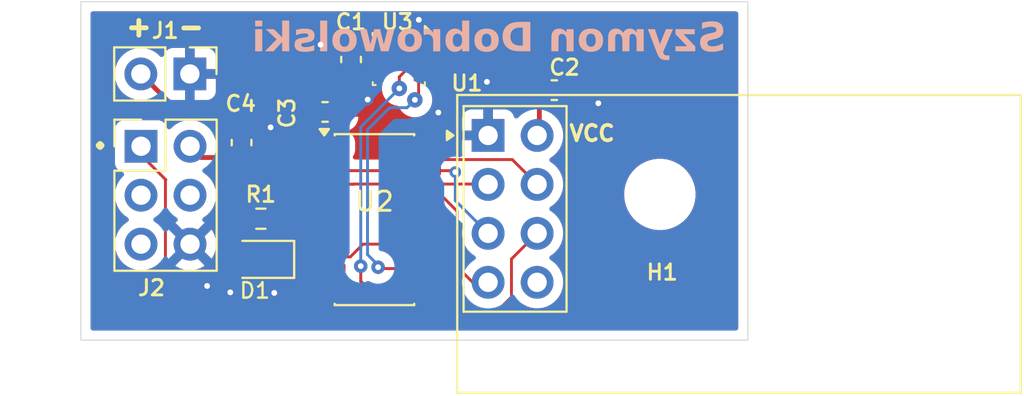
<source format=kicad_pcb>
(kicad_pcb (version 20241229) (generator "pcbnew") (generator_version "9.0")
  (layers (0 "F.Cu" signal) (2 "B.Cu" signal) (13 "F.Paste" user) (15 "B.Paste" user) (5 "F.SilkS" user "F.Silkscreen") (7 "B.SilkS" user "B.Silkscreen") (1 "F.Mask" user) (3 "B.Mask" user) (25 "Edge.Cuts" user))
  (net 0 "")
  (net 5 "GND")
  (net 6 "VCC")
  (net 7 "/NRF_SCK")
  (net 8 "/NRF_MISO")
  (net 9 "/NRF_CE")
  (net 10 "/NRF_CSN")
  (net 11 "/NRF_MOSI")
  (net 12 "/BME_SDI")
  (net 13 "/BME_SCK")
  (net 14 "/UPDI")
  (net 15 "Net-(U2-PA7)")
  (net 16 "Net-(D1-A)")
  (footprint "Connector_PinHeader_2.54mm:PinHeader_1x02_P2.54mm_Vertical" (layer "F.Cu") (at 119.645 37.75 -90)
    (property "Reference" "J1" (at -2.25 1.275 180) (layer "F.SilkS") (effects (font (size 0.8 0.8))))
    (property "Value" "Zasilanie")
    (fp_line (start -1.38 3.92) (end 1.38 3.92) (stroke (width 0.12)) (layer "F.SilkS"))
    (fp_line (start -1.38 1.27) (end -1.38 3.92) (stroke (width 0.12)) (layer "F.SilkS"))
    (fp_line (start -1.38 1.27) (end 1.38 1.27) (stroke (width 0.12)) (layer "F.SilkS"))
    (fp_line (start 1.38 1.27) (end 1.38 3.92) (stroke (width 0.12)) (layer "F.SilkS"))
    (fp_line (start -1.38 0) (end -1.38 -1.38) (stroke (width 0.12)) (layer "F.SilkS"))
    (fp_line (start -1.38 -1.38) (end 0 -1.38) (stroke (width 0.12)) (layer "F.SilkS"))
    (pad "1" thru_hole rect (at 0 0 270) (size 1.7 1.7) (drill 1) (layers "*.Cu" "*.Mask") (net 5 "GND"))
    (pad "2" thru_hole circle (at 0 2.54 270) (size 1.7 1.7) (drill 1) (layers "*.Cu" "*.Mask") (net 6 "VCC"))
  )
  (footprint "Connector_PinHeader_2.54mm:PinHeader_2x03_P2.54mm_Vertical" (layer "F.Cu") (at 117.115 41.5)
    (property "Reference" "J2" (at 0.545 7.35 180) (layer "F.SilkS") (effects (font (size 0.8 0.8))))
    (property "Value" "Conn_02x03_Odd_Even")
    (fp_line (start -1.38 -1.38) (end 0 -1.38) (stroke (width 0.12)) (layer "F.SilkS"))
    (fp_line (start -1.38 0) (end -1.38 -1.38) (stroke (width 0.12)) (layer "F.SilkS"))
    (fp_line (start -1.38 1.27) (end -1.38 6.46) (stroke (width 0.12)) (layer "F.SilkS"))
    (fp_line (start -1.38 1.27) (end 1.27 1.27) (stroke (width 0.12)) (layer "F.SilkS"))
    (fp_line (start -1.38 6.46) (end 3.92 6.46) (stroke (width 0.12)) (layer "F.SilkS"))
    (fp_line (start 1.27 -1.38) (end 3.92 -1.38) (stroke (width 0.12)) (layer "F.SilkS"))
    (fp_line (start 1.27 1.27) (end 1.27 -1.38) (stroke (width 0.12)) (layer "F.SilkS"))
    (fp_line (start 3.92 -1.38) (end 3.92 6.46) (stroke (width 0.12)) (layer "F.SilkS"))
    (pad "1" thru_hole rect (at 0 0) (size 1.7 1.7) (drill 1) (layers "*.Cu" "*.Mask") (net 14 "/UPDI"))
    (pad "2" thru_hole circle (at 2.54 0) (size 1.7 1.7) (drill 1) (layers "*.Cu" "*.Mask") (net 6 "VCC"))
    (pad "3" thru_hole circle (at 0 2.54) (size 1.7 1.7) (drill 1) (layers "*.Cu" "*.Mask"))
    (pad "4" thru_hole circle (at 2.54 2.54) (size 1.7 1.7) (drill 1) (layers "*.Cu" "*.Mask"))
    (pad "5" thru_hole circle (at 0 5.08) (size 1.7 1.7) (drill 1) (layers "*.Cu" "*.Mask"))
    (pad "6" thru_hole circle (at 2.54 5.08) (size 1.7 1.7) (drill 1) (layers "*.Cu" "*.Mask") (net 5 "GND"))
  )
  (footprint "MountingHole:MountingHole_3.2mm_M3" (layer "F.Cu") (at 144 44)
    (property "Reference" "H1" (at 0.12 4.04 0) (layer "F.SilkS") (effects (font (size 0.8 0.8))))
    (property "Value" "MountingHole")
    (pad "" np_thru_hole circle (at 0 0) (size 3.2 3.2) (drill 3.2) (layers "*.Cu" "*.Mask"))
  )
  (footprint "Capacitor_SMD:C_0603_1608Metric" (layer "F.Cu") (at 128 37 -90)
    (property "Reference" "C1" (at -1.95 0.01 0) (layer "F.SilkS") (effects (font (size 0.8 0.8))))
    (property "Value" "100n")
    (fp_line (start -0.14058 0.51) (end 0.14058 0.51) (stroke (width 0.12)) (layer "F.SilkS"))
    (fp_line (start -0.14058 -0.51) (end 0.14058 -0.51) (stroke (width 0.12)) (layer "F.SilkS"))
    (pad "1" smd roundrect (at -0.775 0 270) (size 0.9 0.95) (layers "F.Cu" "F.Mask" "F.Paste") (net 5 "GND"))
    (pad "2" smd roundrect (at 0.775 0 270) (size 0.9 0.95) (layers "F.Cu" "F.Mask" "F.Paste") (net 6 "VCC"))
  )
  (footprint "Resistor_SMD:R_0603_1608Metric" (layer "F.Cu") (at 123.325 45.26 180)
    (property "Reference" "R1" (at 0.005 1.26 0) (layer "F.SilkS") (effects (font (size 0.8 0.8))))
    (property "Value" "240")
    (fp_line (start -0.237258 0.5225) (end 0.237258 0.5225) (stroke (width 0.12)) (layer "F.SilkS"))
    (fp_line (start -0.237258 -0.5225) (end 0.237258 -0.5225) (stroke (width 0.12)) (layer "F.SilkS"))
    (pad "1" smd roundrect (at -0.825 0 180) (size 0.8 0.95) (layers "F.Cu" "F.Mask" "F.Paste") (net 15 "Net-(U2-PA7)"))
    (pad "2" smd roundrect (at 0.825 0 180) (size 0.8 0.95) (layers "F.Cu" "F.Mask" "F.Paste") (net 16 "Net-(D1-A)"))
  )
  (footprint "Capacitor_SMD:C_0603_1608Metric" (layer "F.Cu") (at 122.325 41.31 -90)
    (property "Reference" "C4" (at -2.02 0.045 0) (layer "F.SilkS") (effects (font (size 0.8 0.8))))
    (property "Value" "100n")
    (fp_line (start -0.14058 0.51) (end 0.14058 0.51) (stroke (width 0.12)) (layer "F.SilkS"))
    (fp_line (start -0.14058 -0.51) (end 0.14058 -0.51) (stroke (width 0.12)) (layer "F.SilkS"))
    (pad "1" smd roundrect (at -0.775 0 270) (size 0.9 0.95) (layers "F.Cu" "F.Mask" "F.Paste") (net 5 "GND"))
    (pad "2" smd roundrect (at 0.775 0 270) (size 0.9 0.95) (layers "F.Cu" "F.Mask" "F.Paste") (net 6 "VCC"))
  )
  (footprint "Capacitor_SMD:C_0603_1608Metric" (layer "F.Cu") (at 126.65 39.72 180)
    (property "Reference" "C3" (at 1.97 -0.06 270) (layer "F.SilkS") (effects (font (size 0.8 0.8))))
    (property "Value" "100n")
    (fp_line (start -0.14058 0.51) (end 0.14058 0.51) (stroke (width 0.12)) (layer "F.SilkS"))
    (fp_line (start -0.14058 -0.51) (end 0.14058 -0.51) (stroke (width 0.12)) (layer "F.SilkS"))
    (pad "1" smd roundrect (at -0.775 0 180) (size 0.9 0.95) (layers "F.Cu" "F.Mask" "F.Paste") (net 5 "GND"))
    (pad "2" smd roundrect (at 0.775 0 180) (size 0.9 0.95) (layers "F.Cu" "F.Mask" "F.Paste") (net 6 "VCC"))
  )
  (footprint "LED_SMD:LED_0805_2012Metric" (layer "F.Cu") (at 123.365 47.37 180)
    (property "Reference" "D1" (at 0.355 -1.62 180) (layer "F.SilkS") (effects (font (size 0.8 0.8) (thickness 0.125))))
    (property "Value" "LTST-C171KGKT")
    (fp_line (start 1 -0.96) (end -1.685 -0.96) (stroke (width 0.12)) (layer "F.SilkS"))
    (fp_line (start -1.685 0.96) (end 1 0.96) (stroke (width 0.12)) (layer "F.SilkS"))
    (fp_line (start -1.685 -0.96) (end -1.685 0.96) (stroke (width 0.12)) (layer "F.SilkS"))
    (pad "1" smd roundrect (at -0.9375 0 180) (size 0.975 1.4) (layers "F.Cu" "F.Mask" "F.Paste") (net 5 "GND"))
    (pad "2" smd roundrect (at 0.9375 0 180) (size 0.975 1.4) (layers "F.Cu" "F.Mask" "F.Paste") (net 16 "Net-(D1-A)"))
  )
  (footprint "Capacitor_SMD:C_0603_1608Metric" (layer "F.Cu") (at 138.53 38.59 180)
    (property "Reference" "C2" (at -0.53 1.18 180) (layer "F.SilkS") (effects (font (size 0.8 0.8) (thickness 0.15) (bold yes))))
    (property "Value" "100n")
    (fp_line (start -0.14058 0.51) (end 0.14058 0.51) (stroke (width 0.12)) (layer "F.SilkS"))
    (fp_line (start -0.14058 -0.51) (end 0.14058 -0.51) (stroke (width 0.12)) (layer "F.SilkS"))
    (pad "1" smd roundrect (at -0.775 0 180) (size 0.9 0.95) (layers "F.Cu" "F.Mask" "F.Paste") (net 5 "GND"))
    (pad "2" smd roundrect (at 0.775 0 180) (size 0.9 0.95) (layers "F.Cu" "F.Mask" "F.Paste") (net 6 "VCC"))
  )
  (footprint "Package_LGA:Bosch_LGA-8_2.5x2.5mm_P0.65mm_ClockwisePinNumbering" (layer "F.Cu") (at 130.475 36.975 -90)
    (property "Reference" "U3" (at -1.925 0.075 180) (layer "F.SilkS") (effects (font (size 0.8 0.8))))
    (property "Value" "BME280")
    (fp_line (start -1.35 1.36) (end -1.2 1.36) (stroke (width 0.1)) (layer "F.SilkS"))
    (fp_line (start -1.35 1.35) (end -1.35 1.2) (stroke (width 0.1)) (layer "F.SilkS"))
    (fp_line (start 1.35 1.35) (end 1.2 1.35) (stroke (width 0.1)) (layer "F.SilkS"))
    (fp_line (start 1.35 1.35) (end 1.35 1.2) (stroke (width 0.1)) (layer "F.SilkS"))
    (fp_line (start 1.2 -1.35) (end 1.35 -1.35) (stroke (width 0.1)) (layer "F.SilkS"))
    (fp_line (start 1.35 -1.35) (end 1.35 -1.2) (stroke (width 0.1)) (layer "F.SilkS"))
    (fp_poly (pts (xy -1.35 -1.35) (xy -1.71 -1.35) (xy -1.35 -1.71) (xy -1.35 -1.35)) (stroke (width 0.12)) (fill yes) (layer "F.SilkS"))
    (pad "1" smd rect (at -0.975 -1.025) (size 0.5 0.35) (layers "F.Cu" "F.Mask" "F.Paste") (net 5 "GND"))
    (pad "2" smd rect (at -0.325 -1.025) (size 0.5 0.35) (layers "F.Cu" "F.Mask" "F.Paste") (net 6 "VCC"))
    (pad "3" smd rect (at 0.325 -1.025) (size 0.5 0.35) (layers "F.Cu" "F.Mask" "F.Paste") (net 12 "/BME_SDI"))
    (pad "4" smd rect (at 0.975 -1.025) (size 0.5 0.35) (layers "F.Cu" "F.Mask" "F.Paste") (net 13 "/BME_SCK"))
    (pad "5" smd rect (at 0.975 1.025) (size 0.5 0.35) (layers "F.Cu" "F.Mask" "F.Paste") (net 5 "GND"))
    (pad "6" smd rect (at 0.325 1.025) (size 0.5 0.35) (layers "F.Cu" "F.Mask" "F.Paste") (net 6 "VCC"))
    (pad "7" smd rect (at -0.325 1.025) (size 0.5 0.35) (layers "F.Cu" "F.Mask" "F.Paste") (net 5 "GND"))
    (pad "8" smd rect (at -0.975 1.025) (size 0.5 0.35) (layers "F.Cu" "F.Mask" "F.Paste") (net 6 "VCC"))
  )
  (footprint "RF_Module:nRF24L01_Breakout" (layer "F.Cu") (at 135.1 40.94)
    (property "Reference" "U1" (at -1.1 -2.71 180) (layer "F.SilkS") (effects (font (size 0.8 0.8))))
    (property "Value" "NRF24L01_Breakout")
    (fp_line (start -1.6 -2.1) (end -1.6 -2.1) (stroke (width 0.12)) (layer "F.SilkS"))
    (fp_line (start -1.6 -2.1) (end 27.6 -2.1) (stroke (width 0.12)) (layer "F.SilkS"))
    (fp_line (start -1.6 13.35) (end -1.6 -2.1) (stroke (width 0.12)) (layer "F.SilkS"))
    (fp_line (start -1.27 -1.524) (end -1.27 -1.524) (stroke (width 0.12)) (layer "F.SilkS"))
    (fp_line (start -1.27 -1.524) (end 4.064 -1.524) (stroke (width 0.12)) (layer "F.SilkS"))
    (fp_line (start -1.27 9.144) (end -1.27 -1.524) (stroke (width 0.12)) (layer "F.SilkS"))
    (fp_line (start -1.27 9.144) (end -1.27 9.144) (stroke (width 0.12)) (layer "F.SilkS"))
    (fp_line (start 4.064 -1.524) (end 4.064 9.144) (stroke (width 0.12)) (layer "F.SilkS"))
    (fp_line (start 4.064 9.144) (end -1.27 9.144) (stroke (width 0.12)) (layer "F.SilkS"))
    (fp_line (start 27.6 -2.1) (end 27.6 13.35) (stroke (width 0.12)) (layer "F.SilkS"))
    (fp_line (start 27.6 13.35) (end -1.6 13.35) (stroke (width 0.12)) (layer "F.SilkS"))
    (fp_poly (pts (xy -1.8 0) (xy -2.136 0.24) (xy -2.136 -0.24) (xy -1.8 0)) (stroke (width 0.12)) (fill yes) (layer "F.SilkS"))
    (pad "1" thru_hole rect (at 0 0) (size 1.7 1.7) (drill 1) (layers "*.Cu" "*.Mask") (net 5 "GND"))
    (pad "2" thru_hole circle (at 2.54 0) (size 1.7 1.7) (drill 1) (layers "*.Cu" "*.Mask") (net 6 "VCC"))
    (pad "3" thru_hole circle (at 0 2.54) (size 1.7 1.7) (drill 1) (layers "*.Cu" "*.Mask") (net 9 "/NRF_CE"))
    (pad "4" thru_hole circle (at 2.54 2.54) (size 1.7 1.7) (drill 1) (layers "*.Cu" "*.Mask") (net 10 "/NRF_CSN"))
    (pad "5" thru_hole circle (at 0 5.08) (size 1.7 1.7) (drill 1) (layers "*.Cu" "*.Mask") (net 7 "/NRF_SCK"))
    (pad "6" thru_hole circle (at 2.54 5.08) (size 1.7 1.7) (drill 1) (layers "*.Cu" "*.Mask") (net 11 "/NRF_MOSI"))
    (pad "7" thru_hole circle (at 0 7.62) (size 1.7 1.7) (drill 1) (layers "*.Cu" "*.Mask") (net 8 "/NRF_MISO"))
    (pad "8" thru_hole circle (at 2.54 7.62) (size 1.7 1.7) (drill 1) (layers "*.Cu" "*.Mask"))
  )
  (footprint "Package_SO:SOIC-14_3.9x8.7mm_P1.27mm" (layer "F.Cu") (at 129.21 45.3075)
    (property "Reference" "U2" (at 0 -0.9375 0) (layer "F.SilkS"))
    (property "Value" "ATtiny414-SS")
    (fp_line (start -2.06 -4.435) (end 2.06 -4.435) (stroke (width 0.12)) (layer "F.SilkS"))
    (fp_line (start -2.06 -4.37) (end -2.06 -4.435) (stroke (width 0.12)) (layer "F.SilkS"))
    (fp_line (start -2.06 4.435) (end -2.06 4.37) (stroke (width 0.12)) (layer "F.SilkS"))
    (fp_line (start 2.06 -4.435) (end 2.06 -4.37) (stroke (width 0.12)) (layer "F.SilkS"))
    (fp_line (start 2.06 4.37) (end 2.06 4.435) (stroke (width 0.12)) (layer "F.SilkS"))
    (fp_line (start 2.06 4.435) (end -2.06 4.435) (stroke (width 0.12)) (layer "F.SilkS"))
    (fp_poly (pts (xy -2.6 -4.37) (xy -2.84 -4.7) (xy -2.36 -4.7)) (stroke (width 0.12)) (fill yes) (layer "F.SilkS"))
    (pad "1" smd roundrect (at -2.475 -3.81) (size 1.95 0.6) (layers "F.Cu" "F.Mask" "F.Paste") (net 6 "VCC"))
    (pad "2" smd roundrect (at -2.475 -2.54) (size 1.95 0.6) (layers "F.Cu" "F.Mask" "F.Paste") (net 10 "/NRF_CSN"))
    (pad "3" smd roundrect (at -2.475 -1.27) (size 1.95 0.6) (layers "F.Cu" "F.Mask" "F.Paste") (net 9 "/NRF_CE"))
    (pad "4" smd roundrect (at -2.475 0) (size 1.95 0.6) (layers "F.Cu" "F.Mask" "F.Paste"))
    (pad "5" smd roundrect (at -2.475 1.27) (size 1.95 0.6) (layers "F.Cu" "F.Mask" "F.Paste") (net 15 "Net-(U2-PA7)"))
    (pad "6" smd roundrect (at -2.475 2.54) (size 1.95 0.6) (layers "F.Cu" "F.Mask" "F.Paste"))
    (pad "7" smd roundrect (at -2.475 3.81) (size 1.95 0.6) (layers "F.Cu" "F.Mask" "F.Paste"))
    (pad "8" smd roundrect (at 2.475 3.81) (size 1.95 0.6) (layers "F.Cu" "F.Mask" "F.Paste") (net 12 "/BME_SDI"))
    (pad "9" smd roundrect (at 2.475 2.54) (size 1.95 0.6) (layers "F.Cu" "F.Mask" "F.Paste") (net 13 "/BME_SCK"))
    (pad "10" smd roundrect (at 2.475 1.27) (size 1.95 0.6) (layers "F.Cu" "F.Mask" "F.Paste") (net 14 "/UPDI"))
    (pad "11" smd roundrect (at 2.475 0) (size 1.95 0.6) (layers "F.Cu" "F.Mask" "F.Paste") (net 11 "/NRF_MOSI"))
    (pad "12" smd roundrect (at 2.475 -1.27) (size 1.95 0.6) (layers "F.Cu" "F.Mask" "F.Paste") (net 8 "/NRF_MISO"))
    (pad "13" smd roundrect (at 2.475 -2.54) (size 1.95 0.6) (layers "F.Cu" "F.Mask" "F.Paste") (net 7 "/NRF_SCK"))
    (pad "14" smd roundrect (at 2.475 -3.81) (size 1.95 0.6) (layers "F.Cu" "F.Mask" "F.Paste") (net 5 "GND"))
  )
  (gr_rect (start 114 34) (end 148.559378 51.560622) (stroke (width 0.05)) (fill no) (layer "Edge.Cuts"))
  (gr_text "VCC" (at 139.22 41.3 0) (layer "F.SilkS") (effects (font (size 0.8 0.8) (thickness 0.1875)) (justify left bottom)))
  (gr_text "." (at 114.44 41.73 0) (layer "F.SilkS") (effects (font (size 1.5 1.5) (thickness 0.3) (bold yes)) (justify left bottom)))
  (gr_text "-" (at 118.93 35.88 0) (layer "F.SilkS") (effects (font (size 1 1) (thickness 0.25) (bold yes)) (justify left bottom)))
  (gr_text "+" (at 116.22 35.87 0) (layer "F.SilkS") (effects (font (size 1 1) (thickness 0.25) (bold yes)) (justify left bottom)))
  (gr_text "Szymon Dobrowolski" (at 147.44 36.83 0) (layer "B.SilkS") (effects (font (size 1.5 1.5) (thickness 0.3) (bold yes)) (justify left bottom mirror)))
  (segment (start 128.22 39.72) (end 128.86 39.08) (width 0.2) (layer "F.Cu") (net 5))
  (segment (start 124.02 49.11) (end 124.3 48.83) (width 0.2) (layer "F.Cu") (net 5))
  (segment (start 127.425 39.72) (end 128.22 39.72) (width 0.2) (layer "F.Cu") (net 5))
  (segment (start 122.34 40.52) (end 122.325 40.535) (width 0.2) (layer "F.Cu") (net 5))
  (segment (start 129.45 38.49) (end 129.45 37.95) (width 0.2) (layer "F.Cu") (net 5))
  (segment (start 131.5 36) (end 131.5 34.95) (width 0.2) (layer "F.Cu") (net 5))
  (segment (start 134.5425 41.4975) (end 135.1 40.94) (width 0.25) (layer "F.Cu") (net 5))
  (segment (start 124.3 48.83) (end 124.3 48.62) (width 0.2) (layer "F.Cu") (net 5))
  (segment (start 124.3 48.62) (end 124.3025 48.6175) (width 0.2) (layer "F.Cu") (net 5))
  (segment (start 128.425 36.65) (end 128 36.225) (width 0.25) (layer "F.Cu") (net 5))
  (segment (start 124.3025 48.6175) (end 124.3025 47.37) (width 0.2) (layer "F.Cu") (net 5))
  (segment (start 128 36.225) (end 126.425 36.225) (width 0.25) (layer "F.Cu") (net 5))
  (segment (start 131.5 34.95) (end 131.51 34.94) (width 0.2) (layer "F.Cu") (net 5))
  (segment (start 126.425 36.225) (end 126.42 36.23) (width 0.25) (layer "F.Cu") (net 5))
  (segment (start 128.86 39.08) (end 129.45 38.49) (width 0.2) (layer "F.Cu") (net 5))
  (segment (start 129.45 36.65) (end 128.425 36.65) (width 0.25) (layer "F.Cu") (net 5))
  (segment (start 123.83 40.52) (end 122.34 40.52) (width 0.2) (layer "F.Cu") (net 5))
  (via (at 131.51 34.94) (size 0.6) (drill 0.3) (layers "F.Cu" "B.Cu") (net 5))
  (via (at 124.02 49.11) (size 0.6) (drill 0.3) (layers "F.Cu" "B.Cu") (net 5))
  (via (at 140.81 39.27) (size 0.6) (drill 0.3) (layers "F.Cu" "B.Cu") (net 5))
  (via (at 135.04 38.16) (size 0.6) (drill 0.3) (layers "F.Cu" "B.Cu") (net 5))
  (via (at 126.42 36.23) (size 0.6) (drill 0.3) (layers "F.Cu" "B.Cu") (net 5))
  (via (at 132.52 39.75) (size 0.6) (drill 0.3) (layers "F.Cu" "B.Cu") (net 5))
  (via (at 123.83 40.52) (size 0.6) (drill 0.3) (layers "F.Cu" "B.Cu") (net 5))
  (via (at 120.54 48.75) (size 0.6) (drill 0.3) (layers "F.Cu" "B.Cu") (net 5))
  (via (at 121.74 49.08) (size 0.6) (drill 0.3) (layers "F.Cu" "B.Cu") (net 5))
  (via (at 128.86 39.08) (size 0.6) (drill 0.3) (layers "F.Cu" "B.Cu") (net 5))
  (segment (start 125.875 40.6375) (end 126.735 41.4975) (width 0.25) (layer "F.Cu") (net 6))
  (segment (start 125.875 40.055) (end 125.875 39.72) (width 0.25) (layer "F.Cu") (net 6))
  (segment (start 129.45 36) (end 130.423 36) (width 0.2) (layer "F.Cu") (net 6))
  (segment (start 131.073 36.65) (end 131.5 36.65) (width 0.25) (layer "F.Cu") (net 6))
  (segment (start 128.475 37.3) (end 129.45 37.3) (width 0.25) (layer "F.Cu") (net 6))
  (segment (start 121.45 41.21) (end 122.325 42.085) (width 0.25) (layer "F.Cu") (net 6))
  (segment (start 128 37.775) (end 128.475 37.3) (width 0.25) (layer "F.Cu") (net 6))
  (segment (start 129.45 37.3) (end 130.423 37.3) (width 0.25) (layer "F.Cu") (net 6))
  (segment (start 123.845 42.085) (end 125.875 40.055) (width 0.25) (layer "F.Cu") (net 6))
  (segment (start 130.423 37.3) (end 131.073 36.65) (width 0.25) (layer "F.Cu") (net 6))
  (segment (start 130.423 36) (end 131.073 36.65) (width 0.2) (layer "F.Cu") (net 6))
  (segment (start 117.105 37.75) (end 118.815 39.46) (width 0.25) (layer "F.Cu") (net 6))
  (segment (start 121.45 39.83) (end 121.45 41.21) (width 0.25) (layer "F.Cu") (net 6))
  (segment (start 120.24 42.085) (end 119.655 41.5) (width 0.25) (layer "F.Cu") (net 6))
  (segment (start 122.325 42.085) (end 120.24 42.085) (width 0.25) (layer "F.Cu") (net 6))
  (segment (start 136.88 36.65) (end 131.5 36.65) (width 0.25) (layer "F.Cu") (net 6))
  (segment (start 125.875 38.595) (end 126.695 37.775) (width 0.25) (layer "F.Cu") (net 6))
  (segment (start 137.755 38.59) (end 137.755 40.825) (width 0.25) (layer "F.Cu") (net 6))
  (segment (start 121.08 39.46) (end 121.45 39.83) (width 0.25) (layer "F.Cu") (net 6))
  (segment (start 125.875 39.72) (end 125.875 40.6375) (width 0.25) (layer "F.Cu") (net 6))
  (segment (start 122.325 42.085) (end 123.845 42.085) (width 0.25) (layer "F.Cu") (net 6))
  (segment (start 137.755 37.525) (end 136.88 36.65) (width 0.25) (layer "F.Cu") (net 6))
  (segment (start 125.875 39.72) (end 125.875 38.595) (width 0.25) (layer "F.Cu") (net 6))
  (segment (start 137.755 40.825) (end 137.64 40.94) (width 0.25) (layer "F.Cu") (net 6))
  (segment (start 118.815 39.46) (end 121.08 39.46) (width 0.25) (layer "F.Cu") (net 6))
  (segment (start 126.735 41.4975) (end 126.4375 41.4975) (width 0.25) (layer "F.Cu") (net 6))
  (segment (start 137.755 38.59) (end 137.755 37.525) (width 0.25) (layer "F.Cu") (net 6))
  (segment (start 119.655 41.5) (end 119.66 41.5) (width 0.25) (layer "F.Cu") (net 6))
  (segment (start 126.695 37.775) (end 128 37.775) (width 0.25) (layer "F.Cu") (net 6))
  (segment (start 131.685 42.7675) (end 133.3275 42.7675) (width 0.15) (layer "F.Cu") (net 7))
  (segment (start 133.3275 42.7675) (end 133.4 42.84) (width 0.15) (layer "F.Cu") (net 7))
  (via (at 133.4 42.84) (size 0.6) (drill 0.3) (layers "F.Cu" "B.Cu") (net 7))
  (segment (start 133.4 44.32) (end 135.1 46.02) (width 0.15) (layer "B.Cu") (net 7))
  (segment (start 133.4 42.84) (end 133.4 44.32) (width 0.15) (layer "B.Cu") (net 7))
  (segment (start 134.3 48.56) (end 135.1 48.56) (width 0.15) (layer "F.Cu") (net 8))
  (segment (start 131.685 44.0375) (end 132.659999 44.0375) (width 0.15) (layer "F.Cu") (net 8))
  (segment (start 132.659999 44.0375) (end 133.5 44.877501) (width 0.15) (layer "F.Cu") (net 8))
  (segment (start 133.5 47.76) (end 134.3 48.56) (width 0.15) (layer "F.Cu") (net 8))
  (segment (start 133.5 44.877501) (end 133.5 47.76) (width 0.15) (layer "F.Cu") (net 8))
  (segment (start 126.735 44.0375) (end 127.3025 43.47) (width 0.15) (layer "F.Cu") (net 9))
  (segment (start 128.1285 43.4615) (end 135.0815 43.4615) (width 0.15) (layer "F.Cu") (net 9))
  (segment (start 128.12 43.47) (end 128.1285 43.4615) (width 0.15) (layer "F.Cu") (net 9))
  (segment (start 135.0815 43.4615) (end 135.1 43.48) (width 0.15) (layer "F.Cu") (net 9))
  (segment (start 127.3025 43.47) (end 128.12 43.47) (width 0.15) (layer "F.Cu") (net 9))
  (segment (start 126.735 42.7675) (end 129.8025 42.7675) (width 0.15) (layer "F.Cu") (net 10))
  (segment (start 130.3785 42.1915) (end 136.3515 42.1915) (width 0.15) (layer "F.Cu") (net 10))
  (segment (start 129.8025 42.7675) (end 130.3785 42.1915) (width 0.15) (layer "F.Cu") (net 10))
  (segment (start 136.3515 42.1915) (end 137.64 43.48) (width 0.15) (layer "F.Cu") (net 10))
  (segment (start 126.735 42.7675) (end 127.5425 42.7675) (width 0.25) (layer "F.Cu") (net 10))
  (segment (start 136.31 49.32) (end 136.31 47.35) (width 0.15) (layer "F.Cu") (net 11))
  (segment (start 131.685 45.3075) (end 132.659999 45.3075) (width 0.15) (layer "F.Cu") (net 11))
  (segment (start 135.62 50.01) (end 136.31 49.32) (width 0.15) (layer "F.Cu") (net 11))
  (segment (start 132.94 49.71) (end 133.24 50.01) (width 0.15) (layer "F.Cu") (net 11))
  (segment (start 132.659999 45.3075) (end 132.94 45.587501) (width 0.15) (layer "F.Cu") (net 11))
  (segment (start 133.24 50.01) (end 135.62 50.01) (width 0.15) (layer "F.Cu") (net 11))
  (segment (start 132.94 45.587501) (end 132.94 49.71) (width 0.15) (layer "F.Cu") (net 11))
  (segment (start 136.31 47.35) (end 137.64 46.02) (width 0.15) (layer "F.Cu") (net 11))
  (segment (start 131.1 37.3) (end 131.5 37.3) (width 0.15) (layer "F.Cu") (net 12))
  (segment (start 129.1175 49.1175) (end 128.5 48.5) (width 0.15) (layer "F.Cu") (net 12))
  (segment (start 128.5 48.5) (end 128.5 47.72) (width 0.15) (layer "F.Cu") (net 12))
  (segment (start 131.685 49.1175) (end 129.1175 49.1175) (width 0.15) (layer "F.Cu") (net 12))
  (segment (start 130.5 37.9) (end 131.1 37.3) (width 0.15) (layer "F.Cu") (net 12))
  (segment (start 130.5 38.5) (end 130.5 37.9) (width 0.15) (layer "F.Cu") (net 12))
  (via (at 128.5 47.72) (size 0.7) (drill 0.3) (layers "F.Cu" "B.Cu") (net 12))
  (via (at 130.5 38.5) (size 0.8) (drill 0.3) (layers "F.Cu" "B.Cu") (net 12))
  (segment (start 128.5 40.5) (end 130.5 38.5) (width 0.15) (layer "B.Cu") (net 12))
  (segment (start 128.5 47.72) (end 128.5 40.5) (width 0.15) (layer "B.Cu") (net 12))
  (segment (start 131.685 47.8475) (end 129.468857 47.8475) (width 0.15) (layer "F.Cu") (net 13))
  (segment (start 131.304726 39.09365) (end 131.5 38.898376) (width 0.15) (layer "F.Cu") (net 13))
  (segment (start 131.5 38.898376) (end 131.5 37.95) (width 0.15) (layer "F.Cu") (net 13))
  (segment (start 129.468857 47.8475) (end 129.398205 47.776848) (width 0.15) (layer "F.Cu") (net 13))
  (via (at 131.304726 39.09365) (size 0.8) (drill 0.3) (layers "F.Cu" "B.Cu") (net 13))
  (via (at 129.398205 47.776848) (size 0.7) (drill 0.3) (layers "F.Cu" "B.Cu") (net 13))
  (segment (start 130.898376 39.5) (end 131.304726 39.09365) (width 0.15) (layer "B.Cu") (net 13))
  (segment (start 128.851 47.121) (end 128.851 40.645388) (width 0.15) (layer "B.Cu") (net 13))
  (segment (start 129.398205 47.776848) (end 129.398205 47.668205) (width 0.15) (layer "B.Cu") (net 13))
  (segment (start 129.398205 47.668205) (end 128.851 47.121) (width 0.15) (layer "B.Cu") (net 13))
  (segment (start 129.996388 39.5) (end 130.898376 39.5) (width 0.15) (layer "B.Cu") (net 13))
  (segment (start 128.851 40.645388) (end 129.996388 39.5) (width 0.15) (layer "B.Cu") (net 13))
  (segment (start 125.760888 47.24) (end 125.38 47.620888) (width 0.15) (layer "F.Cu") (net 14))
  (segment (start 117.115 41.955) (end 117.115 41.5) (width 0.15) (layer "F.Cu") (net 14))
  (segment (start 127.96 47.24) (end 125.760888 47.24) (width 0.15) (layer "F.Cu") (net 14))
  (segment (start 125.38 47.620888) (end 125.38 49.12) (width 0.15) (layer "F.Cu") (net 14))
  (segment (start 118.38 48.04) (end 118.38 43.26) (width 0.15) (layer "F.Cu") (net 14))
  (segment (start 128.6225 46.5775) (end 127.96 47.24) (width 0.15) (layer "F.Cu") (net 14))
  (segment (start 131.685 46.5775) (end 128.6225 46.5775) (width 0.15) (layer "F.Cu") (net 14))
  (segment (start 118.38 43.26) (end 118.4 43.24) (width 0.15) (layer "F.Cu") (net 14))
  (segment (start 125.38 49.12) (end 124.44 50.06) (width 0.15) (layer "F.Cu") (net 14))
  (segment (start 124.44 50.06) (end 120.4 50.06) (width 0.15) (layer "F.Cu") (net 14))
  (segment (start 118.4 43.24) (end 117.115 41.955) (width 0.15) (layer "F.Cu") (net 14))
  (segment (start 120.4 50.06) (end 118.38 48.04) (width 0.15) (layer "F.Cu") (net 14))
  (segment (start 125.4675 46.5775) (end 124.15 45.26) (width 0.15) (layer "F.Cu") (net 15))
  (segment (start 126.735 46.5775) (end 125.4675 46.5775) (width 0.15) (layer "F.Cu") (net 15))
  (segment (start 122.5 47.2975) (end 122.4275 47.37) (width 0.15) (layer "F.Cu") (net 16))
  (segment (start 122.5 45.26) (end 122.5 47.2975) (width 0.15) (layer "F.Cu") (net 16))
  (zone (net 5) (net_name "GND") (layer "F.Cu") (name "GND_TOP") (connect_pads (clearance 0.5)) (min_thickness 0.25) (fill yes (thermal_gap 0.5) (thermal_bridge_width 0.5))
    (polygon (pts (xy 114.05 33.97) (xy 114 51.56) (xy 148.59 51.56) (xy 148.59 34.00738)))
  )
  (zone (net 5) (net_name "GND") (layer "B.Cu") (name "GND_BOTTOM") (priority 1) (connect_pads (clearance 0.5)) (min_thickness 0.25) (fill yes (thermal_gap 0.5) (thermal_bridge_width 0.5))
    (polygon (pts (xy 114.05 33.97) (xy 114 51.56) (xy 148.56 51.56) (xy 148.56 34.007348)))
  )
)
</source>
